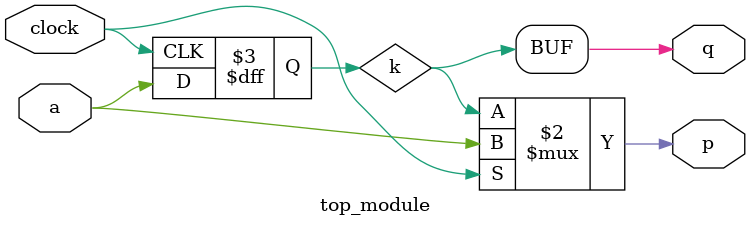
<source format=v>
module top_module (
    input clock,
    input a,
    output p,
    output q);
    reg j,k;
    always@(negedge clock)begin
        k<=a;
    end
    assign p=(clock)?a:k;
    assign q=k;
endmodule

</source>
